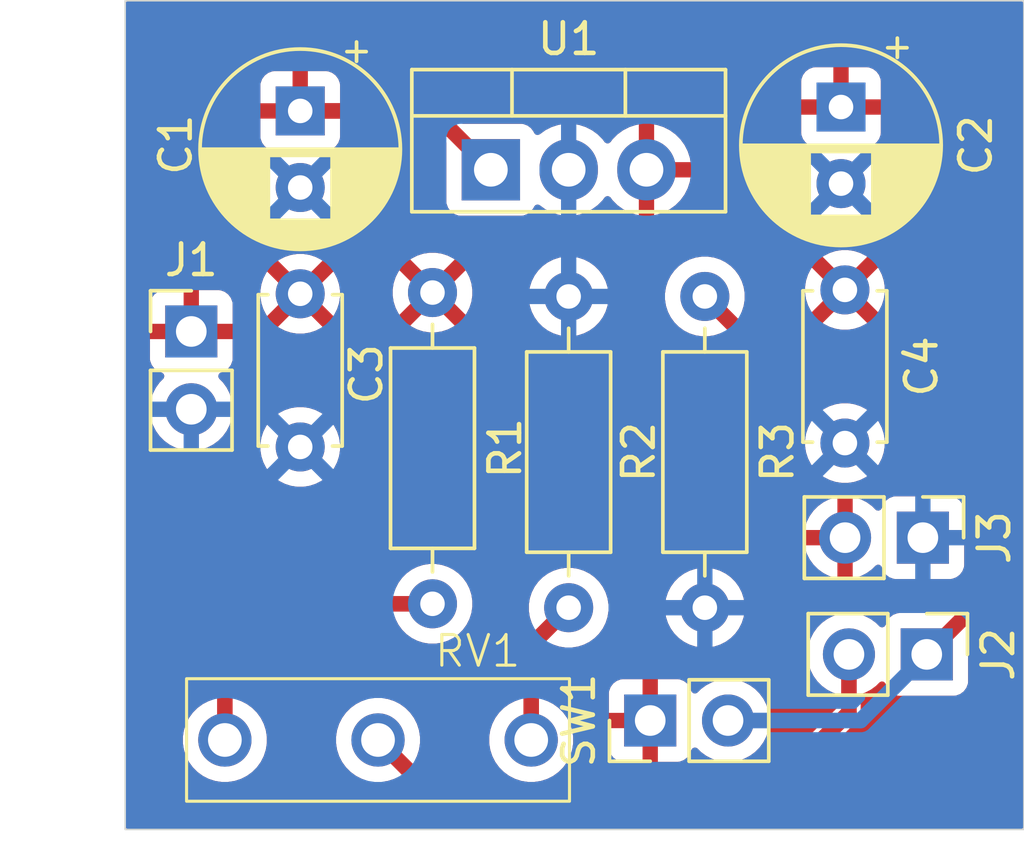
<source format=kicad_pcb>
(kicad_pcb (version 20241229) (generator "pcbnew") (generator_version "9.0")
  (layers (0 "F.Cu" signal) (2 "B.Cu" signal) (13 "F.Paste" user) (15 "B.Paste" user) (5 "F.SilkS" user "F.Silkscreen") (7 "B.SilkS" user "B.Silkscreen") (1 "F.Mask" user) (3 "B.Mask" user) (25 "Edge.Cuts" user))
  (net 0 "")
  (net 1 "VCC")
  (net 2 "GND")
  (net 3 "+5V")
  (net 4 "Net-(J2-Pin_2)")
  (net 5 "Net-(J2-Pin_1)")
  (net 6 "Net-(R1-Pad2)")
  (net 7 "Net-(R2-Pad1)")
  (footprint "Connector_PinHeader_2.54mm:PinHeader_1x02_P2.54mm_Vertical" (layer "F.Cu") (at 123.825 75.057)
    (property "Reference" "J1" (at 0 -2.33 0) (layer "F.SilkS"))
    (property "Value" "Conn_01x02_Pin")
    (fp_line (start -1.33 -1.33) (end 0 -1.33) (stroke (width 0.12)) (layer "F.SilkS"))
    (fp_line (start -1.33 0) (end -1.33 -1.33) (stroke (width 0.12)) (layer "F.SilkS"))
    (fp_line (start -1.33 1.27) (end -1.33 3.87) (stroke (width 0.12)) (layer "F.SilkS"))
    (fp_line (start -1.33 1.27) (end 1.33 1.27) (stroke (width 0.12)) (layer "F.SilkS"))
    (fp_line (start -1.33 3.87) (end 1.33 3.87) (stroke (width 0.12)) (layer "F.SilkS"))
    (fp_line (start 1.33 1.27) (end 1.33 3.87) (stroke (width 0.12)) (layer "F.SilkS"))
    (pad "1" thru_hole rect (at 0 0) (size 1.7 1.7) (drill 1) (layers "*.Cu" "*.Mask") (net 1 "VCC"))
    (pad "2" thru_hole oval (at 0 2.54) (size 1.7 1.7) (drill 1) (layers "*.Cu" "*.Mask") (net 2 "GND"))
  )
  (footprint "Connector_PinHeader_2.54mm:PinHeader_1x02_P2.54mm_Vertical" (layer "F.Cu") (at 147.833 85.598 -90)
    (property "Reference" "J2" (at 0 -2.33 90) (layer "F.SilkS"))
    (property "Value" "Conn_01x02_Pin")
    (fp_line (start -1.33 3.87) (end 1.33 3.87) (stroke (width 0.12)) (layer "F.SilkS"))
    (fp_line (start -1.33 1.27) (end -1.33 3.87) (stroke (width 0.12)) (layer "F.SilkS"))
    (fp_line (start -1.33 1.27) (end 1.33 1.27) (stroke (width 0.12)) (layer "F.SilkS"))
    (fp_line (start 1.33 1.27) (end 1.33 3.87) (stroke (width 0.12)) (layer "F.SilkS"))
    (fp_line (start -1.33 0) (end -1.33 -1.33) (stroke (width 0.12)) (layer "F.SilkS"))
    (fp_line (start -1.33 -1.33) (end 0 -1.33) (stroke (width 0.12)) (layer "F.SilkS"))
    (pad "1" thru_hole rect (at 0 0 270) (size 1.7 1.7) (drill 1) (layers "*.Cu" "*.Mask") (net 5 "Net-(J2-Pin_1)"))
    (pad "2" thru_hole oval (at 0 2.54 270) (size 1.7 1.7) (drill 1) (layers "*.Cu" "*.Mask") (net 4 "Net-(J2-Pin_2)"))
  )
  (footprint "Resistor_THT:R_Axial_DIN0207_L6.3mm_D2.5mm_P10.16mm_Horizontal" (layer "F.Cu") (at 140.589 73.914 -90)
    (property "Reference" "R3" (at 5.08 -2.37 90) (layer "F.SilkS"))
    (property "Value" "10k")
    (fp_line (start 1.81 1.37) (end 8.35 1.37) (stroke (width 0.12)) (layer "F.SilkS"))
    (fp_line (start 8.35 1.37) (end 8.35 -1.37) (stroke (width 0.12)) (layer "F.SilkS"))
    (fp_line (start 1.04 0) (end 1.81 0) (stroke (width 0.12)) (layer "F.SilkS"))
    (fp_line (start 9.12 0) (end 8.35 0) (stroke (width 0.12)) (layer "F.SilkS"))
    (fp_line (start 1.81 -1.37) (end 1.81 1.37) (stroke (width 0.12)) (layer "F.SilkS"))
    (fp_line (start 8.35 -1.37) (end 1.81 -1.37) (stroke (width 0.12)) (layer "F.SilkS"))
    (pad "1" thru_hole circle (at 0 0 270) (size 1.6 1.6) (drill 0.8) (layers "*.Cu" "*.Mask") (net 5 "Net-(J2-Pin_1)"))
    (pad "2" thru_hole oval (at 10.16 0 270) (size 1.6 1.6) (drill 0.8) (layers "*.Cu" "*.Mask") (net 2 "GND"))
  )
  (footprint "Connector_PinHeader_2.54mm:PinHeader_1x02_P2.54mm_Vertical" (layer "F.Cu") (at 147.706 81.788 -90)
    (property "Reference" "J3" (at 0 -2.33 90) (layer "F.SilkS"))
    (property "Value" "Conn_01x02_Pin")
    (fp_line (start -1.33 3.87) (end 1.33 3.87) (stroke (width 0.12)) (layer "F.SilkS"))
    (fp_line (start -1.33 1.27) (end -1.33 3.87) (stroke (width 0.12)) (layer "F.SilkS"))
    (fp_line (start -1.33 1.27) (end 1.33 1.27) (stroke (width 0.12)) (layer "F.SilkS"))
    (fp_line (start 1.33 1.27) (end 1.33 3.87) (stroke (width 0.12)) (layer "F.SilkS"))
    (fp_line (start -1.33 0) (end -1.33 -1.33) (stroke (width 0.12)) (layer "F.SilkS"))
    (fp_line (start -1.33 -1.33) (end 0 -1.33) (stroke (width 0.12)) (layer "F.SilkS"))
    (pad "1" thru_hole rect (at 0 0 270) (size 1.7 1.7) (drill 1) (layers "*.Cu" "*.Mask") (net 2 "GND"))
    (pad "2" thru_hole oval (at 0 2.54 270) (size 1.7 1.7) (drill 1) (layers "*.Cu" "*.Mask") (net 3 "+5V"))
  )
  (footprint "Package_TO_SOT_THT:TO-220-3_Vertical" (layer "F.Cu") (at 133.604 69.779)
    (property "Reference" "U1" (at 2.54 -4.27 0) (layer "F.SilkS"))
    (property "Value" "L7805")
    (fp_line (start -2.58 -3.27) (end -2.58 1.371) (stroke (width 0.12)) (layer "F.SilkS"))
    (fp_line (start -2.58 -3.27) (end 7.66 -3.27) (stroke (width 0.12)) (layer "F.SilkS"))
    (fp_line (start -2.58 -1.76) (end 7.66 -1.76) (stroke (width 0.12)) (layer "F.SilkS"))
    (fp_line (start -2.58 1.371) (end 7.66 1.371) (stroke (width 0.12)) (layer "F.SilkS"))
    (fp_line (start 0.69 -3.27) (end 0.69 -1.76) (stroke (width 0.12)) (layer "F.SilkS"))
    (fp_line (start 4.391 -3.27) (end 4.391 -1.76) (stroke (width 0.12)) (layer "F.SilkS"))
    (fp_line (start 7.66 -3.27) (end 7.66 1.371) (stroke (width 0.12)) (layer "F.SilkS"))
    (pad "1" thru_hole rect (at 0 0) (size 1.905 2) (drill 1.1) (layers "*.Cu" "*.Mask") (net 1 "VCC"))
    (pad "2" thru_hole oval (at 2.54 0) (size 1.905 2) (drill 1.1) (layers "*.Cu" "*.Mask") (net 2 "GND"))
    (pad "3" thru_hole oval (at 5.08 0) (size 1.905 2) (drill 1.1) (layers "*.Cu" "*.Mask") (net 3 "+5V"))
  )
  (footprint "Capacitor_THT:C_Disc_D4.7mm_W2.5mm_P5.00mm" (layer "F.Cu") (at 145.161 73.7 -90)
    (property "Reference" "C4" (at 2.5 -2.5 90) (layer "F.SilkS"))
    (property "Value" "100nF")
    (fp_line (start 0.03 1.37) (end 4.97 1.37) (stroke (width 0.12)) (layer "F.SilkS"))
    (fp_line (start 0.03 1.055) (end 0.03 1.37) (stroke (width 0.12)) (layer "F.SilkS"))
    (fp_line (start 4.97 1.055) (end 4.97 1.37) (stroke (width 0.12)) (layer "F.SilkS"))
    (fp_line (start 0.03 -1.37) (end 0.03 -1.055) (stroke (width 0.12)) (layer "F.SilkS"))
    (fp_line (start 0.03 -1.37) (end 4.97 -1.37) (stroke (width 0.12)) (layer "F.SilkS"))
    (fp_line (start 4.97 -1.37) (end 4.97 -1.055) (stroke (width 0.12)) (layer "F.SilkS"))
    (pad "1" thru_hole circle (at 0 0 270) (size 1.6 1.6) (drill 0.8) (layers "*.Cu" "*.Mask") (net 3 "+5V"))
    (pad "2" thru_hole circle (at 5 0 270) (size 1.6 1.6) (drill 0.8) (layers "*.Cu" "*.Mask") (net 2 "GND"))
  )
  (footprint "battery_emulator:PDB181" (layer "F.Cu") (at 129.921 88.392)
    (property "Reference" "RV1" (at 3.25 -2.9 0) (layer "F.SilkS") (effects (font (thickness 0.1))))
    (property "Value" "10k")
    (fp_rect (start -6.25 -2) (end 6.25 2) (stroke (width 0.1)) (fill no) (layer "F.SilkS"))
    (pad "1" thru_hole circle (at -5 0) (size 1.74 1.74) (drill 1.1) (layers "*.Cu" "*.Mask") (net 6 "Net-(R1-Pad2)"))
    (pad "2" thru_hole circle (at 0 0) (size 1.74 1.74) (drill 1.1) (layers "*.Cu" "*.Mask") (net 4 "Net-(J2-Pin_2)"))
    (pad "3" thru_hole circle (at 5 0) (size 1.74 1.74) (drill 1.1) (layers "*.Cu" "*.Mask") (net 7 "Net-(R2-Pad1)"))
  )
  (footprint "Resistor_THT:R_Axial_DIN0207_L6.3mm_D2.5mm_P10.16mm_Horizontal" (layer "F.Cu") (at 136.144 84.074 90)
    (property "Reference" "R2" (at 5.08 2.286 90) (layer "F.SilkS"))
    (property "Value" "10k")
    (fp_line (start 8.35 -1.37) (end 1.81 -1.37) (stroke (width 0.12)) (layer "F.SilkS"))
    (fp_line (start 1.81 -1.37) (end 1.81 1.37) (stroke (width 0.12)) (layer "F.SilkS"))
    (fp_line (start 9.12 0) (end 8.35 0) (stroke (width 0.12)) (layer "F.SilkS"))
    (fp_line (start 1.04 0) (end 1.81 0) (stroke (width 0.12)) (layer "F.SilkS"))
    (fp_line (start 8.35 1.37) (end 8.35 -1.37) (stroke (width 0.12)) (layer "F.SilkS"))
    (fp_line (start 1.81 1.37) (end 8.35 1.37) (stroke (width 0.12)) (layer "F.SilkS"))
    (pad "1" thru_hole circle (at 0 0 90) (size 1.6 1.6) (drill 0.8) (layers "*.Cu" "*.Mask") (net 7 "Net-(R2-Pad1)"))
    (pad "2" thru_hole oval (at 10.16 0 90) (size 1.6 1.6) (drill 0.8) (layers "*.Cu" "*.Mask") (net 2 "GND"))
  )
  (footprint "Capacitor_THT:CP_Radial_D6.3mm_P2.50mm" (layer "F.Cu") (at 145.034 67.731 -90)
    (property "Reference" "C2" (at 1.25 -4.4 90) (layer "F.SilkS"))
    (property "Value" "100uF")
    (fp_line (start 1.49 1.04) (end 1.49 3.222) (stroke (width 0.12)) (layer "F.SilkS"))
    (fp_line (start 1.53 1.04) (end 1.53 3.218) (stroke (width 0.12)) (layer "F.SilkS"))
    (fp_line (start 1.57 1.04) (end 1.57 3.215) (stroke (width 0.12)) (layer "F.SilkS"))
    (fp_line (start 1.61 1.04) (end 1.61 3.211) (stroke (width 0.12)) (layer "F.SilkS"))
    (fp_line (start 1.65 1.04) (end 1.65 3.206) (stroke (width 0.12)) (layer "F.SilkS"))
    (fp_line (start 1.69 1.04) (end 1.69 3.201) (stroke (width 0.12)) (layer "F.SilkS"))
    (fp_line (start 1.73 1.04) (end 1.73 3.195) (stroke (width 0.12)) (layer "F.SilkS"))
    (fp_line (start 1.77 1.04) (end 1.77 3.189) (stroke (width 0.12)) (layer "F.SilkS"))
    (fp_line (start 1.81 1.04) (end 1.81 3.182) (stroke (width 0.12)) (layer "F.SilkS"))
    (fp_line (start 1.85 1.04) (end 1.85 3.175) (stroke (width 0.12)) (layer "F.SilkS"))
    (fp_line (start 1.89 1.04) (end 1.89 3.167) (stroke (width 0.12)) (layer "F.SilkS"))
    (fp_line (start 1.93 1.04) (end 1.93 3.159) (stroke (width 0.12)) (layer "F.SilkS"))
    (fp_line (start 1.971 1.04) (end 1.971 3.15) (stroke (width 0.12)) (layer "F.SilkS"))
    (fp_line (start 2.011 1.04) (end 2.011 3.141) (stroke (width 0.12)) (layer "F.SilkS"))
    (fp_line (start 2.051 1.04) (end 2.051 3.131) (stroke (width 0.12)) (layer "F.SilkS"))
    (fp_line (start 2.091 1.04) (end 2.091 3.121) (stroke (width 0.12)) (layer "F.SilkS"))
    (fp_line (start 2.131 1.04) (end 2.131 3.11) (stroke (width 0.12)) (layer "F.SilkS"))
    (fp_line (start 2.171 1.04) (end 2.171 3.098) (stroke (width 0.12)) (layer "F.SilkS"))
    (fp_line (start 2.211 1.04) (end 2.211 3.086) (stroke (width 0.12)) (layer "F.SilkS"))
    (fp_line (start 2.251 1.04) (end 2.251 3.074) (stroke (width 0.12)) (layer "F.SilkS"))
    (fp_line (start 2.291 1.04) (end 2.291 3.061) (stroke (width 0.12)) (layer "F.SilkS"))
    (fp_line (start 2.331 1.04) (end 2.331 3.047) (stroke (width 0.12)) (layer "F.SilkS"))
    (fp_line (start 2.371 1.04) (end 2.371 3.033) (stroke (width 0.12)) (layer "F.SilkS"))
    (fp_line (start 2.411 1.04) (end 2.411 3.018) (stroke (width 0.12)) (layer "F.SilkS"))
    (fp_line (start 2.451 1.04) (end 2.451 3.002) (stroke (width 0.12)) (layer "F.SilkS"))
    (fp_line (start 2.491 1.04) (end 2.491 2.986) (stroke (width 0.12)) (layer "F.SilkS"))
    (fp_line (start 2.531 1.04) (end 2.531 2.97) (stroke (width 0.12)) (layer "F.SilkS"))
    (fp_line (start 2.571 1.04) (end 2.571 2.952) (stroke (width 0.12)) (layer "F.SilkS"))
    (fp_line (start 2.611 1.04) (end 2.611 2.934) (stroke (width 0.12)) (layer "F.SilkS"))
    (fp_line (start 2.651 1.04) (end 2.651 2.916) (stroke (width 0.12)) (layer "F.SilkS"))
    (fp_line (start 2.691 1.04) (end 2.691 2.896) (stroke (width 0.12)) (layer "F.SilkS"))
    (fp_line (start 2.731 1.04) (end 2.731 2.876) (stroke (width 0.12)) (layer "F.SilkS"))
    (fp_line (start 2.771 1.04) (end 2.771 2.856) (stroke (width 0.12)) (layer "F.SilkS"))
    (fp_line (start 2.811 1.04) (end 2.811 2.834) (stroke (width 0.12)) (layer "F.SilkS"))
    (fp_line (start 2.851 1.04) (end 2.851 2.812) (stroke (width 0.12)) (layer "F.SilkS"))
    (fp_line (start 2.891 1.04) (end 2.891 2.79) (stroke (width 0.12)) (layer "F.SilkS"))
    (fp_line (start 2.931 1.04) (end 2.931 2.766) (stroke (width 0.12)) (layer "F.SilkS"))
    (fp_line (start 2.971 1.04) (end 2.971 2.742) (stroke (width 0.12)) (layer "F.SilkS"))
    (fp_line (start 3.011 1.04) (end 3.011 2.716) (stroke (width 0.12)) (layer "F.SilkS"))
    (fp_line (start 3.051 1.04) (end 3.051 2.69) (stroke (width 0.12)) (layer "F.SilkS"))
    (fp_line (start 3.091 1.04) (end 3.091 2.664) (stroke (width 0.12)) (layer "F.SilkS"))
    (fp_line (start 3.131 1.04) (end 3.131 2.636) (stroke (width 0.12)) (layer "F.SilkS"))
    (fp_line (start 3.171 1.04) (end 3.171 2.607) (stroke (width 0.12)) (layer "F.SilkS"))
    (fp_line (start 3.211 1.04) (end 3.211 2.578) (stroke (width 0.12)) (layer "F.SilkS"))
    (fp_line (start 3.251 1.04) (end 3.251 2.548) (stroke (width 0.12)) (layer "F.SilkS"))
    (fp_line (start 3.291 1.04) (end 3.291 2.516) (stroke (width 0.12)) (layer "F.SilkS"))
    (fp_line (start 3.331 1.04) (end 3.331 2.484) (stroke (width 0.12)) (layer "F.SilkS"))
    (fp_line (start 3.371 1.04) (end 3.371 2.45) (stroke (width 0.12)) (layer "F.SilkS"))
    (fp_line (start 3.411 1.04) (end 3.411 2.416) (stroke (width 0.12)) (layer "F.SilkS"))
    (fp_line (start 3.451 1.04) (end 3.451 2.38) (stroke (width 0.12)) (layer "F.SilkS"))
    (fp_line (start 3.491 1.04) (end 3.491 2.343) (stroke (width 0.12)) (layer "F.SilkS"))
    (fp_line (start 3.531 1.04) (end 3.531 2.305) (stroke (width 0.12)) (layer "F.SilkS"))
    (fp_line (start 4.491 -0.402) (end 4.491 0.402) (stroke (width 0.12)) (layer "F.SilkS"))
    (fp_line (start 4.451 -0.633) (end 4.451 0.633) (stroke (width 0.12)) (layer "F.SilkS"))
    (fp_line (start 4.411 -0.802) (end 4.411 0.802) (stroke (width 0.12)) (layer "F.SilkS"))
    (fp_line (start 4.371 -0.94) (end 4.371 0.94) (stroke (width 0.12)) (layer "F.SilkS"))
    (fp_line (start 4.331 -1.059) (end 4.331 1.059) (stroke (width 0.12)) (layer "F.SilkS"))
    (fp_line (start 4.291 -1.165) (end 4.291 1.165) (stroke (width 0.12)) (layer "F.SilkS"))
    (fp_line (start 4.251 -1.262) (end 4.251 1.262) (stroke (width 0.12)) (layer "F.SilkS"))
    (fp_line (start 4.211 -1.35) (end 4.211 1.35) (stroke (width 0.12)) (layer "F.SilkS"))
    (fp_line (start 4.171 -1.432) (end 4.171 1.432) (stroke (width 0.12)) (layer "F.SilkS"))
    (fp_line (start 4.131 -1.509) (end 4.131 1.509) (stroke (width 0.12)) (layer "F.SilkS"))
    (fp_line (start 4.091 -1.581) (end 4.091 1.581) (stroke (width 0.12)) (layer "F.SilkS"))
    (fp_line (start 4.051 -1.65) (end 4.051 1.65) (stroke (width 0.12)) (layer "F.SilkS"))
    (fp_line (start 4.011 -1.714) (end 4.011 1.714) (stroke (width 0.12)) (layer "F.SilkS"))
    (fp_line (start 3.971 -1.776) (end 3.971 1.776) (stroke (width 0.12)) (layer "F.SilkS"))
    (fp_line (start 3.931 -1.834) (end 3.931 1.834) (stroke (width 0.12)) (layer "F.SilkS"))
    (fp_line (start -2.250241 -1.839) (end -1.620241 -1.839) (stroke (width 0.12)) (layer "F.SilkS"))
    (fp_line (start 3.891 -1.89) (end 3.891 1.89) (stroke (width 0.12)) (layer "F.SilkS"))
    (fp_line (start 3.851 -1.944) (end 3.851 1.944) (stroke (width 0.12)) (layer "F.SilkS"))
    (fp_line (start 3.811 -1.995) (end 3.811 1.995) (stroke (width 0.12)) (layer "F.SilkS"))
    (fp_line (start 3.771 -2.044) (end 3.771 2.044) (stroke (width 0.12)) (layer "F.SilkS"))
    (fp_line (start 3.731 -2.092) (end 3.731 2.092) (stroke (width 0.12)) (layer "F.SilkS"))
    (fp_line (start 3.691 -2.137) (end 3.691 2.137) (stroke (width 0.12)) (layer "F.SilkS"))
    (fp_line (start -1.935241 -2.154) (end -1.935241 -1.524) (stroke (width 0.12)) (layer "F.SilkS"))
    (fp_line (start 3.651 -2.182) (end 3.651 2.182) (stroke (width 0.12)) (layer "F.SilkS"))
    (fp_line (start 3.611 -2.224) (end 3.611 2.224) (stroke (width 0.12)) (layer "F.SilkS"))
    (fp_line (start 3.571 -2.265) (end 3.571 2.265) (stroke (width 0.12)) (layer "F.SilkS"))
    (fp_line (start 3.531 -2.305) (end 3.531 -1.04) (stroke (width 0.12)) (layer "F.SilkS"))
    (fp_line (start 3.491 -2.343) (end 3.491 -1.04) (stroke (width 0.12)) (layer "F.SilkS"))
    (fp_line (start 3.451 -2.38) (end 3.451 -1.04) (stroke (width 0.12)) (layer "F.SilkS"))
    (fp_line (start 3.411 -2.416) (end 3.411 -1.04) (stroke (width 0.12)) (layer "F.SilkS"))
    (fp_line (start 3.371 -2.45) (end 3.371 -1.04) (stroke (width 0.12)) (layer "F.SilkS"))
    (fp_line (start 3.331 -2.484) (end 3.331 -1.04) (stroke (width 0.12)) (layer "F.SilkS"))
    (fp_line (start 3.291 -2.516) (end 3.291 -1.04) (stroke (width 0.12)) (layer "F.SilkS"))
    (fp_line (start 3.251 -2.548) (end 3.251 -1.04) (stroke (width 0.12)) (layer "F.SilkS"))
    (fp_line (start 3.211 -2.578) (end 3.211 -1.04) (stroke (width 0.12)) (layer "F.SilkS"))
    (fp_line (start 3.171 -2.607) (end 3.171 -1.04) (stroke (width 0.12)) (layer "F.SilkS"))
    (fp_line (start 3.131 -2.636) (end 3.131 -1.04) (stroke (width 0.12)) (layer "F.SilkS"))
    (fp_line (start 3.091 -2.664) (end 3.091 -1.04) (stroke (width 0.12)) (layer "F.SilkS"))
    (fp_line (start 3.051 -2.69) (end 3.051 -1.04) (stroke (width 0.12)) (layer "F.SilkS"))
    (fp_line (start 3.011 -2.716) (end 3.011 -1.04) (stroke (width 0.12)) (layer "F.SilkS"))
    (fp_line (start 2.971 -2.742) (end 2.971 -1.04) (stroke (width 0.12)) (layer "F.SilkS"))
    (fp_line (start 2.931 -2.766) (end 2.931 -1.04) (stroke (width 0.12)) (layer "F.SilkS"))
    (fp_line (start 2.891 -2.79) (end 2.891 -1.04) (stroke (width 0.12)) (layer "F.SilkS"))
    (fp_line (start 2.851 -2.812) (end 2.851 -1.04) (stroke (width 0.12)) (layer "F.SilkS"))
    (fp_line (start 2.811 -2.834) (end 2.811 -1.04) (stroke (width 0.12)) (layer "F.SilkS"))
    (fp_line (start 2.771 -2.856) (end 2.771 -1.04) (stroke (width 0.12)) (layer "F.SilkS"))
    (fp_line (start 2.731 -2.876) (end 2.731 -1.04) (stroke (width 0.12)) (layer "F.SilkS"))
    (fp_line (start 2.691 -2.896) (end 2.691 -1.04) (stroke (width 0.12)) (layer "F.SilkS"))
    (fp_line (start 2.651 -2.916) (end 2.651 -1.04) (stroke (width 0.12)) (layer "F.SilkS"))
    (fp_line (start 2.611 -2.934) (end 2.611 -1.04) (stroke (width 0.12)) (layer "F.SilkS"))
    (fp_line (start 2.571 -2.952) (end 2.571 -1.04) (stroke (width 0.12)) (layer "F.SilkS"))
    (fp_line (start 2.531 -2.97) (end 2.531 -1.04) (stroke (width 0.12)) (layer "F.SilkS"))
    (fp_line (start 2.491 -2.986) (end 2.491 -1.04) (stroke (width 0.12)) (layer "F.SilkS"))
    (fp_line (start 2.451 -3.002) (end 2.451 -1.04) (stroke (width 0.12)) (layer "F.SilkS"))
    (fp_line (start 2.411 -3.018) (end 2.411 -1.04) (stroke (width 0.12)) (layer "F.SilkS"))
    (fp_line (start 2.371 -3.033) (end 2.371 -1.04) (stroke (width 0.12)) (layer "F.SilkS"))
    (fp_line (start 2.331 -3.047) (end 2.331 -1.04) (stroke (width 0.12)) (layer "F.SilkS"))
    (fp_line (start 2.291 -3.061) (end 2.291 -1.04) (stroke (width 0.12)) (layer "F.SilkS"))
    (fp_line (start 2.251 -3.074) (end 2.251 -1.04) (stroke (width 0.12)) (layer "F.SilkS"))
    (fp_line (start 2.211 -3.086) (end 2.211 -1.04) (stroke (width 0.12)) (layer "F.SilkS"))
    (fp_line (start 2.171 -3.098) (end 2.171 -1.04) (stroke (width 0.12)) (layer "F.SilkS"))
    (fp_line (start 2.131 -3.11) (end 2.131 -1.04) (stroke (width 0.12)) (layer "F.SilkS"))
    (fp_line (start 2.091 -3.121) (end 2.091 -1.04) (stroke (width 0.12)) (layer "F.SilkS"))
    (fp_line (start 2.051 -3.131) (end 2.051 -1.04) (stroke (width 0.12)) (layer "F.SilkS"))
    (fp_line (start 2.011 -3.141) (end 2.011 -1.04) (stroke (width 0.12)) (layer "F.SilkS"))
    (fp_line (start 1.971 -3.15) (end 1.971 -1.04) (stroke (width 0.12)) (layer "F.SilkS"))
    (fp_line (start 1.93 -3.159) (end 1.93 -1.04) (stroke (width 0.12)) (layer "F.SilkS"))
    (fp_line (start 1.89 -3.167) (end 1.89 -1.04) (stroke (width 0.12)) (layer "F.SilkS"))
    (fp_line (start 1.85 -3.175) (end 1.85 -1.04) (stroke (width 0.12)) (layer "F.SilkS"))
    (fp_line (start 1.81 -3.182) (end 1.81 -1.04) (stroke (width 0.12)) (layer "F.SilkS"))
    (fp_line (start 1.77 -3.189) (end 1.77 -1.04) (stroke (width 0.12)) (layer "F.SilkS"))
    (fp_line (start 1.73 -3.195) (end 1.73 -1.04) (stroke (width 0.12)) (layer "F.SilkS"))
    (fp_line (start 1.69 -3.201) (end 1.69 -1.04) (stroke (width 0.12)) (layer "F.SilkS"))
    (fp_line (start 1.65 -3.206) (end 1.65 -1.04) (stroke (width 0.12)) (layer "F.SilkS"))
    (fp_line (start 1.61 -3.211) (end 1.61 -1.04) (stroke (width 0.12)) (layer "F.SilkS"))
    (fp_line (start 1.57 -3.215) (end 1.57 -1.04) (stroke (width 0.12)) (layer "F.SilkS"))
    (fp_line (start 1.53 -3.218) (end 1.53 -1.04) (stroke (width 0.12)) (layer "F.SilkS"))
    (fp_line (start 1.49 -3.222) (end 1.49 -1.04) (stroke (width 0.12)) (layer "F.SilkS"))
    (fp_line (start 1.45 -3.224) (end 1.45 3.224) (stroke (width 0.12)) (layer "F.SilkS"))
    (fp_line (start 1.41 -3.227) (end 1.41 3.227) (stroke (width 0.12)) (layer "F.SilkS"))
    (fp_line (start 1.37 -3.228) (end 1.37 3.228) (stroke (width 0.12)) (layer "F.SilkS"))
    (fp_line (start 1.25 -3.23) (end 1.25 3.23) (stroke (width 0.12)) (layer "F.SilkS"))
    (fp_line (start 1.29 -3.23) (end 1.29 3.23) (stroke (width 0.12)) (layer "F.SilkS"))
    (fp_line (start 1.33 -3.23) (end 1.33 3.23) (stroke (width 0.12)) (layer "F.SilkS"))
    (fp_circle (center 1.25 0) (end 4.52 0) (stroke (width 0.12)) (fill no) (layer "F.SilkS"))
    (pad "1" thru_hole rect (at 0 0 270) (size 1.6 1.6) (drill 0.8) (layers "*.Cu" "*.Mask") (net 3 "+5V"))
    (pad "2" thru_hole circle (at 2.5 0 270) (size 1.6 1.6) (drill 0.8) (layers "*.Cu" "*.Mask") (net 2 "GND"))
  )
  (footprint "Resistor_THT:R_Axial_DIN0207_L6.3mm_D2.5mm_P10.16mm_Horizontal" (layer "F.Cu") (at 131.699 73.787 -90)
    (property "Reference" "R1" (at 5.08 -2.37 90) (layer "F.SilkS"))
    (property "Value" "3.3k")
    (fp_line (start 1.81 1.37) (end 8.35 1.37) (stroke (width 0.12)) (layer "F.SilkS"))
    (fp_line (start 8.35 1.37) (end 8.35 -1.37) (stroke (width 0.12)) (layer "F.SilkS"))
    (fp_line (start 1.04 0) (end 1.81 0) (stroke (width 0.12)) (layer "F.SilkS"))
    (fp_line (start 9.12 0) (end 8.35 0) (stroke (width 0.12)) (layer "F.SilkS"))
    (fp_line (start 1.81 -1.37) (end 1.81 1.37) (stroke (width 0.12)) (layer "F.SilkS"))
    (fp_line (start 8.35 -1.37) (end 1.81 -1.37) (stroke (width 0.12)) (layer "F.SilkS"))
    (pad "1" thru_hole circle (at 0 0 270) (size 1.6 1.6) (drill 0.8) (layers "*.Cu" "*.Mask") (net 3 "+5V"))
    (pad "2" thru_hole oval (at 10.16 0 270) (size 1.6 1.6) (drill 0.8) (layers "*.Cu" "*.Mask") (net 6 "Net-(R1-Pad2)"))
  )
  (footprint "Capacitor_THT:CP_Radial_D6.3mm_P2.50mm" (layer "F.Cu") (at 127.381 67.858 -90)
    (property "Reference" "C1" (at 1.103 4.064 90) (layer "F.SilkS"))
    (property "Value" "100uF")
    (fp_line (start 1.49 1.04) (end 1.49 3.222) (stroke (width 0.12)) (layer "F.SilkS"))
    (fp_line (start 1.53 1.04) (end 1.53 3.218) (stroke (width 0.12)) (layer "F.SilkS"))
    (fp_line (start 1.57 1.04) (end 1.57 3.215) (stroke (width 0.12)) (layer "F.SilkS"))
    (fp_line (start 1.61 1.04) (end 1.61 3.211) (stroke (width 0.12)) (layer "F.SilkS"))
    (fp_line (start 1.65 1.04) (end 1.65 3.206) (stroke (width 0.12)) (layer "F.SilkS"))
    (fp_line (start 1.69 1.04) (end 1.69 3.201) (stroke (width 0.12)) (layer "F.SilkS"))
    (fp_line (start 1.73 1.04) (end 1.73 3.195) (stroke (width 0.12)) (layer "F.SilkS"))
    (fp_line (start 1.77 1.04) (end 1.77 3.189) (stroke (width 0.12)) (layer "F.SilkS"))
    (fp_line (start 1.81 1.04) (end 1.81 3.182) (stroke (width 0.12)) (layer "F.SilkS"))
    (fp_line (start 1.85 1.04) (end 1.85 3.175) (stroke (width 0.12)) (layer "F.SilkS"))
    (fp_line (start 1.89 1.04) (end 1.89 3.167) (stroke (width 0.12)) (layer "F.SilkS"))
    (fp_line (start 1.93 1.04) (end 1.93 3.159) (stroke (width 0.12)) (layer "F.SilkS"))
    (fp_line (start 1.971 1.04) (end 1.971 3.15) (stroke (width 0.12)) (layer "F.SilkS"))
    (fp_line (start 2.011 1.04) (end 2.011 3.141) (stroke (width 0.12)) (layer "F.SilkS"))
    (fp_line (start 2.051 1.04) (end 2.051 3.131) (stroke (width 0.12)) (layer "F.SilkS"))
    (fp_line (start 2.091 1.04) (end 2.091 3.121) (stroke (width 0.12)) (layer "F.SilkS"))
    (fp_line (start 2.131 1.04) (end 2.131 3.11) (stroke (width 0.12)) (layer "F.SilkS"))
    (fp_line (start 2.171 1.04) (end 2.171 3.098) (stroke (width 0.12)) (layer "F.SilkS"))
    (fp_line (start 2.211 1.04) (end 2.211 3.086) (stroke (width 0.12)) (layer "F.SilkS"))
    (fp_line (start 2.251 1.04) (end 2.251 3.074) (stroke (width 0.12)) (layer "F.SilkS"))
    (fp_line (start 2.291 1.04) (end 2.291 3.061) (stroke (width 0.12)) (layer "F.SilkS"))
    (fp_line (start 2.331 1.04) (end 2.331 3.047) (stroke (width 0.12)) (layer "F.SilkS"))
    (fp_line (start 2.371 1.04) (end 2.371 3.033) (stroke (width 0.12)) (layer "F.SilkS"))
    (fp_line (start 2.411 1.04) (end 2.411 3.018) (stroke (width 0.12)) (layer "F.SilkS"))
    (fp_line (start 2.451 1.04) (end 2.451 3.002) (stroke (width 0.12)) (layer "F.SilkS"))
    (fp_line (start 2.491 1.04) (end 2.491 2.986) (stroke (width 0.12)) (layer "F.SilkS"))
    (fp_line (start 2.531 1.04) (end 2.531 2.97) (stroke (width 0.12)) (layer "F.SilkS"))
    (fp_line (start 2.571 1.04) (end 2.571 2.952) (stroke (width 0.12)) (layer "F.SilkS"))
    (fp_line (start 2.611 1.04) (end 2.611 2.934) (stroke (width 0.12)) (layer "F.SilkS"))
    (fp_line (start 2.651 1.04) (end 2.651 2.916) (stroke (width 0.12)) (layer "F.SilkS"))
    (fp_line (start 2.691 1.04) (end 2.691 2.896) (stroke (width 0.12)) (layer "F.SilkS"))
    (fp_line (start 2.731 1.04) (end 2.731 2.876) (stroke (width 0.12)) (layer "F.SilkS"))
    (fp_line (start 2.771 1.04) (end 2.771 2.856) (stroke (width 0.12)) (layer "F.SilkS"))
    (fp_line (start 2.811 1.04) (end 2.811 2.834) (stroke (width 0.12)) (layer "F.SilkS"))
    (fp_line (start 2.851 1.04) (end 2.851 2.812) (stroke (width 0.12)) (layer "F.SilkS"))
    (fp_line (start 2.891 1.04) (end 2.891 2.79) (stroke (width 0.12)) (layer "F.SilkS"))
    (fp_line (start 2.931 1.04) (end 2.931 2.766) (stroke (width 0.12)) (layer "F.SilkS"))
    (fp_line (start 2.971 1.04) (end 2.971 2.742) (stroke (width 0.12)) (layer "F.SilkS"))
    (fp_line (start 3.011 1.04) (end 3.011 2.716) (stroke (width 0.12)) (layer "F.SilkS"))
    (fp_line (start 3.051 1.04) (end 3.051 2.69) (stroke (width 0.12)) (layer "F.SilkS"))
    (fp_line (start 3.091 1.04) (end 3.091 2.664) (stroke (width 0.12)) (layer "F.SilkS"))
    (fp_line (start 3.131 1.04) (end 3.131 2.636) (stroke (width 0.12)) (layer "F.SilkS"))
    (fp_line (start 3.171 1.04) (end 3.171 2.607) (stroke (width 0.12)) (layer "F.SilkS"))
    (fp_line (start 3.211 1.04) (end 3.211 2.578) (stroke (width 0.12)) (layer "F.SilkS"))
    (fp_line (start 3.251 1.04) (end 3.251 2.548) (stroke (width 0.12)) (layer "F.SilkS"))
    (fp_line (start 3.291 1.04) (end 3.291 2.516) (stroke (width 0.12)) (layer "F.SilkS"))
    (fp_line (start 3.331 1.04) (end 3.331 2.484) (stroke (width 0.12)) (layer "F.SilkS"))
    (fp_line (start 3.371 1.04) (end 3.371 2.45) (stroke (width 0.12)) (layer "F.SilkS"))
    (fp_line (start 3.411 1.04) (end 3.411 2.416) (stroke (width 0.12)) (layer "F.SilkS"))
    (fp_line (start 3.451 1.04) (end 3.451 2.38) (stroke (width 0.12)) (layer "F.SilkS"))
    (fp_line (start 3.491 1.04) (end 3.491 2.343) (stroke (width 0.12)) (layer "F.SilkS"))
    (fp_line (start 3.531 1.04) (end 3.531 2.305) (stroke (width 0.12)) (layer "F.SilkS"))
    (fp_line (start 4.491 -0.402) (end 4.491 0.402) (stroke (width 0.12)) (layer "F.SilkS"))
    (fp_line (start 4.451 -0.633) (end 4.451 0.633) (stroke (width 0.12)) (layer "F.SilkS"))
    (fp_line (start 4.411 -0.802) (end 4.411 0.802) (stroke (width 0.12)) (layer "F.SilkS"))
    (fp_line (start 4.371 -0.94) (end 4.371 0.94) (stroke (width 0.12)) (layer "F.SilkS"))
    (fp_line (start 4.331 -1.059) (end 4.331 1.059) (stroke (width 0.12)) (layer "F.SilkS"))
    (fp_line (start 4.291 -1.165) (end 4.291 1.165) (stroke (width 0.12)) (layer "F.SilkS"))
    (fp_line (start 4.251 -1.262) (end 4.251 1.262) (stroke (width 0.12)) (layer "F.SilkS"))
    (fp_line (start 4.211 -1.35) (end 4.211 1.35) (stroke (width 0.12)) (layer "F.SilkS"))
    (fp_line (start 4.171 -1.432) (end 4.171 1.432) (stroke (width 0.12)) (layer "F.SilkS"))
    (fp_line (start 4.131 -1.509) (end 4.131 1.509) (stroke (width 0.12)) (layer "F.SilkS"))
    (fp_line (start 4.091 -1.581) (end 4.091 1.581) (stroke (width 0.12)) (layer "F.SilkS"))
    (fp_line (start 4.051 -1.65) (end 4.051 1.65) (stroke (width 0.12)) (layer "F.SilkS"))
    (fp_line (start 4.011 -1.714) (end 4.011 1.714) (stroke (width 0.12)) (layer "F.SilkS"))
    (fp_line (start 3.971 -1.776) (end 3.971 1.776) (stroke (width 0.12)) (layer "F.SilkS"))
    (fp_line (start 3.931 -1.834) (end 3.931 1.834) (stroke (width 0.12)) (layer "F.SilkS"))
    (fp_line (start -2.250241 -1.839) (end -1.620241 -1.839) (stroke (width 0.12)) (layer "F.SilkS"))
    (fp_line (start 3.891 -1.89) (end 3.891 1.89) (stroke (width 0.12)) (layer "F.SilkS"))
    (fp_line (start 3.851 -1.944) (end 3.851 1.944) (stroke (width 0.12)) (layer "F.SilkS"))
    (fp_line (start 3.811 -1.995) (end 3.811 1.995) (stroke (width 0.12)) (layer "F.SilkS"))
    (fp_line (start 3.771 -2.044) (end 3.771 2.044) (stroke (width 0.12)) (layer "F.SilkS"))
    (fp_line (start 3.731 -2.092) (end 3.731 2.092) (stroke (width 0.12)) (layer "F.SilkS"))
    (fp_line (start 3.691 -2.137) (end 3.691 2.137) (stroke (width 0.12)) (layer "F.SilkS"))
    (fp_line (start -1.935241 -2.154) (end -1.935241 -1.524) (stroke (width 0.12)) (layer "F.SilkS"))
    (fp_line (start 3.651 -2.182) (end 3.651 2.182) (stroke (width 0.12)) (layer "F.SilkS"))
    (fp_line (start 3.611 -2.224) (end 3.611 2.224) (stroke (width 0.12)) (layer "F.SilkS"))
    (fp_line (start 3.571 -2.265) (end 3.571 2.265) (stroke (width 0.12)) (layer "F.SilkS"))
    (fp_line (start 3.531 -2.305) (end 3.531 -1.04) (stroke (width 0.12)) (layer "F.SilkS"))
    (fp_line (start 3.491 -2.343) (end 3.491 -1.04) (stroke (width 0.12)) (layer "F.SilkS"))
    (fp_line (start 3.451 -2.38) (end 3.451 -1.04) (stroke (width 0.12)) (layer "F.SilkS"))
    (fp_line (start 3.411 -2.416) (end 3.411 -1.04) (stroke (width 0.12)) (layer "F.SilkS"))
    (fp_line (start 3.371 -2.45) (end 3.371 -1.04) (stroke (width 0.12)) (layer "F.SilkS"))
    (fp_line (start 3.331 -2.484) (end 3.331 -1.04) (stroke (width 0.12)) (layer "F.SilkS"))
    (fp_line (start 3.291 -2.516) (end 3.291 -1.04) (stroke (width 0.12)) (layer "F.SilkS"))
    (fp_line (start 3.251 -2.548) (end 3.251 -1.04) (stroke (width 0.12)) (layer "F.SilkS"))
    (fp_line (start 3.211 -2.578) (end 3.211 -1.04) (stroke (width 0.12)) (layer "F.SilkS"))
    (fp_line (start 3.171 -2.607) (end 3.171 -1.04) (stroke (width 0.12)) (layer "F.SilkS"))
    (fp_line (start 3.131 -2.636) (end 3.131 -1.04) (stroke (width 0.12)) (layer "F.SilkS"))
    (fp_line (start 3.091 -2.664) (end 3.091 -1.04) (stroke (width 0.12)) (layer "F.SilkS"))
    (fp_line (start 3.051 -2.69) (end 3.051 -1.04) (stroke (width 0.12)) (layer "F.SilkS"))
    (fp_line (start 3.011 -2.716) (end 3.011 -1.04) (stroke (width 0.12)) (layer "F.SilkS"))
    (fp_line (start 2.971 -2.742) (end 2.971 -1.04) (stroke (width 0.12)) (layer "F.SilkS"))
    (fp_line (start 2.931 -2.766) (end 2.931 -1.04) (stroke (width 0.12)) (layer "F.SilkS"))
    (fp_line (start 2.891 -2.79) (end 2.891 -1.04) (stroke (width 0.12)) (layer "F.SilkS"))
    (fp_line (start 2.851 -2.812) (end 2.851 -1.04) (stroke (width 0.12)) (layer "F.SilkS"))
    (fp_line (start 2.811 -2.834) (end 2.811 -1.04) (stroke (width 0.12)) (layer "F.SilkS"))
    (fp_line (start 2.771 -2.856) (end 2.771 -1.04) (stroke (width 0.12)) (layer "F.SilkS"))
    (fp_line (start 2.731 -2.876) (end 2.731 -1.04) (stroke (width 0.12)) (layer "F.SilkS"))
    (fp_line (start 2.691 -2.896) (end 2.691 -1.04) (stroke (width 0.12)) (layer "F.SilkS"))
    (fp_line (start 2.651 -2.916) (end 2.651 -1.04) (stroke (width 0.12)) (layer "F.SilkS"))
    (fp_line (start 2.611 -2.934) (end 2.611 -1.04) (stroke (width 0.12)) (layer "F.SilkS"))
    (fp_line (start 2.571 -2.952) (end 2.571 -1.04) (stroke (width 0.12)) (layer "F.SilkS"))
    (fp_line (start 2.531 -2.97) (end 2.531 -1.04) (stroke (width 0.12)) (layer "F.SilkS"))
    (fp_line (start 2.491 -2.986) (end 2.491 -1.04) (stroke (width 0.12)) (layer "F.SilkS"))
    (fp_line (start 2.451 -3.002) (end 2.451 -1.04) (stroke (width 0.12)) (layer "F.SilkS"))
    (fp_line (start 2.411 -3.018) (end 2.411 -1.04) (stroke (width 0.12)) (layer "F.SilkS"))
    (fp_line (start 2.371 -3.033) (end 2.371 -1.04) (stroke (width 0.12)) (layer "F.SilkS"))
    (fp_line (start 2.331 -3.047) (end 2.331 -1.04) (stroke (width 0.12)) (layer "F.SilkS"))
    (fp_line (start 2.291 -3.061) (end 2.291 -1.04) (stroke (width 0.12)) (layer "F.SilkS"))
    (fp_line (start 2.251 -3.074) (end 2.251 -1.04) (stroke (width 0.12)) (layer "F.SilkS"))
    (fp_line (start 2.211 -3.086) (end 2.211 -1.04) (stroke (width 0.12)) (layer "F.SilkS"))
    (fp_line (start 2.171 -3.098) (end 2.171 -1.04) (stroke (width 0.12)) (layer "F.SilkS"))
    (fp_line (start 2.131 -3.11) (end 2.131 -1.04) (stroke (width 0.12)) (layer "F.SilkS"))
    (fp_line (start 2.091 -3.121) (end 2.091 -1.04) (stroke (width 0.12)) (layer "F.SilkS"))
    (fp_line (start 2.051 -3.131) (end 2.051 -1.04) (stroke (width 0.12)) (layer "F.SilkS"))
    (fp_line (start 2.011 -3.141) (end 2.011 -1.04) (stroke (width 0.12)) (layer "F.SilkS"))
    (fp_line (start 1.971 -3.15) (end 1.971 -1.04) (stroke (width 0.12)) (layer "F.SilkS"))
    (fp_line (start 1.93 -3.159) (end 1.93 -1.04) (stroke (width 0.12)) (layer "F.SilkS"))
    (fp_line (start 1.89 -3.167) (end 1.89 -1.04) (stroke (width 0.12)) (layer "F.SilkS"))
    (fp_line (start 1.85 -3.175) (end 1.85 -1.04) (stroke (width 0.12)) (layer "F.SilkS"))
    (fp_line (start 1.81 -3.182) (end 1.81 -1.04) (stroke (width 0.12)) (layer "F.SilkS"))
    (fp_line (start 1.77 -3.189) (end 1.77 -1.04) (stroke (width 0.12)) (layer "F.SilkS"))
    (fp_line (start 1.73 -3.195) (end 1.73 -1.04) (stroke (width 0.12)) (layer "F.SilkS"))
    (fp_line (start 1.69 -3.201) (end 1.69 -1.04) (stroke (width 0.12)) (layer "F.SilkS"))
    (fp_line (start 1.65 -3.206) (end 1.65 -1.04) (stroke (width 0.12)) (layer "F.SilkS"))
    (fp_line (start 1.61 -3.211) (end 1.61 -1.04) (stroke (width 0.12)) (layer "F.SilkS"))
    (fp_line (start 1.57 -3.215) (end 1.57 -1.04) (stroke (width 0.12)) (layer "F.SilkS"))
    (fp_line (start 1.53 -3.218) (end 1.53 -1.04) (stroke (width 0.12)) (layer "F.SilkS"))
    (fp_line (start 1.49 -3.222) (end 1.49 -1.04) (stroke (width 0.12)) (layer "F.SilkS"))
    (fp_line (start 1.45 -3.224) (end 1.45 3.224) (stroke (width 0.12)) (layer "F.SilkS"))
    (fp_line (start 1.41 -3.227) (end 1.41 3.227) (stroke (width 0.12)) (layer "F.SilkS"))
    (fp_line (start 1.37 -3.228) (end 1.37 3.228) (stroke (width 0.12)) (layer "F.SilkS"))
    (fp_line (start 1.25 -3.23) (end 1.25 3.23) (stroke (width 0.12)) (layer "F.SilkS"))
    (fp_line (start 1.29 -3.23) (end 1.29 3.23) (stroke (width 0.12)) (layer "F.SilkS"))
    (fp_line (start 1.33 -3.23) (end 1.33 3.23) (stroke (width 0.12)) (layer "F.SilkS"))
    (fp_circle (center 1.25 0) (end 4.52 0) (stroke (width 0.12)) (fill no) (layer "F.SilkS"))
    (pad "1" thru_hole rect (at 0 0 270) (size 1.6 1.6) (drill 0.8) (layers "*.Cu" "*.Mask") (net 1 "VCC"))
    (pad "2" thru_hole circle (at 2.5 0 270) (size 1.6 1.6) (drill 0.8) (layers "*.Cu" "*.Mask") (net 2 "GND"))
  )
  (footprint "Connector_PinHeader_2.54mm:PinHeader_1x02_P2.54mm_Vertical" (layer "F.Cu") (at 138.806 87.757 90)
    (property "Reference" "SW1" (at 0 -2.33 90) (layer "F.SilkS"))
    (property "Value" "SW_SPST")
    (fp_line (start -1.33 -1.33) (end 0 -1.33) (stroke (width 0.12)) (layer "F.SilkS"))
    (fp_line (start -1.33 0) (end -1.33 -1.33) (stroke (width 0.12)) (layer "F.SilkS"))
    (fp_line (start 1.33 1.27) (end 1.33 3.87) (stroke (width 0.12)) (layer "F.SilkS"))
    (fp_line (start -1.33 1.27) (end 1.33 1.27) (stroke (width 0.12)) (layer "F.SilkS"))
    (fp_line (start -1.33 1.27) (end -1.33 3.87) (stroke (width 0.12)) (layer "F.SilkS"))
    (fp_line (start -1.33 3.87) (end 1.33 3.87) (stroke (width 0.12)) (layer "F.SilkS"))
    (pad "1" thru_hole rect (at 0 0 90) (size 1.7 1.7) (drill 1) (layers "*.Cu" "*.Mask") (net 3 "+5V"))
    (pad "2" thru_hole oval (at 0 2.54 90) (size 1.7 1.7) (drill 1) (layers "*.Cu" "*.Mask") (net 5 "Net-(J2-Pin_1)"))
  )
  (footprint "Capacitor_THT:C_Disc_D4.7mm_W2.5mm_P5.00mm" (layer "F.Cu") (at 127.381 73.827 -90)
    (property "Reference" "C3" (at 2.627 -2.159 90) (layer "F.SilkS"))
    (property "Value" "100nF")
    (fp_line (start 0.03 1.37) (end 4.97 1.37) (stroke (width 0.12)) (layer "F.SilkS"))
    (fp_line (start 0.03 1.055) (end 0.03 1.37) (stroke (width 0.12)) (layer "F.SilkS"))
    (fp_line (start 4.97 1.055) (end 4.97 1.37) (stroke (width 0.12)) (layer "F.SilkS"))
    (fp_line (start 0.03 -1.37) (end 0.03 -1.055) (stroke (width 0.12)) (layer "F.SilkS"))
    (fp_line (start 0.03 -1.37) (end 4.97 -1.37) (stroke (width 0.12)) (layer "F.SilkS"))
    (fp_line (start 4.97 -1.37) (end 4.97 -1.055) (stroke (width 0.12)) (layer "F.SilkS"))
    (pad "1" thru_hole circle (at 0 0 270) (size 1.6 1.6) (drill 0.8) (layers "*.Cu" "*.Mask") (net 1 "VCC"))
    (pad "2" thru_hole circle (at 5 0 270) (size 1.6 1.6) (drill 0.8) (layers "*.Cu" "*.Mask") (net 2 "GND"))
  )
  (gr_rect (start 121.666 64.262) (end 151.003 91.313) (stroke (width 0.05)) (fill no) (layer "Edge.Cuts"))
  (segment (start 127.381 67.858) (end 131.683 67.858) (width 0.508) (layer "F.Cu") (net 1))
  (segment (start 131.683 67.858) (end 133.604 69.779) (width 0.508) (layer "F.Cu") (net 1))
  (segment (start 129.921 88.392) (end 132.08 90.551) (width 0.508) (layer "F.Cu") (net 4))
  (segment (start 132.08 90.551) (end 142.24 90.551) (width 0.508) (layer "F.Cu") (net 4))
  (segment (start 145.293 87.498) (end 145.293 85.598) (width 0.508) (layer "F.Cu") (net 4))
  (segment (start 142.24 90.551) (end 145.293 87.498) (width 0.508) (layer "F.Cu") (net 4))
  (segment (start 143.002 76.327) (end 148.336 76.327) (width 0.508) (layer "F.Cu") (net 5))
  (segment (start 149.86 77.851) (end 149.86 83.571) (width 0.508) (layer "F.Cu") (net 5))
  (segment (start 149.86 83.571) (end 147.833 85.598) (width 0.508) (layer "F.Cu") (net 5))
  (segment (start 140.589 73.914) (end 143.002 76.327) (width 0.508) (layer "F.Cu") (net 5))
  (segment (start 148.336 76.327) (end 149.86 77.851) (width 0.508) (layer "F.Cu") (net 5))
  (segment (start 145.674 87.757) (end 147.833 85.598) (width 0.508) (layer "B.Cu") (net 5))
  (segment (start 141.346 87.757) (end 145.674 87.757) (width 0.508) (layer "B.Cu") (net 5))
  (segment (start 124.921 86.661) (end 127.635 83.947) (width 0.508) (layer "F.Cu") (net 6))
  (segment (start 124.921 88.392) (end 124.921 86.661) (width 0.508) (layer "F.Cu") (net 6))
  (segment (start 127.635 83.947) (end 131.699 83.947) (width 0.508) (layer "F.Cu") (net 6))
  (segment (start 134.921 88.392) (end 134.921 85.297) (width 0.508) (layer "F.Cu") (net 7))
  (segment (start 134.921 85.297) (end 136.144 84.074) (width 0.508) (layer "F.Cu") (net 7))
  (zone (net 1) (net_name "VCC") (layer "F.Cu") (priority 1) (connect_pads (clearance 0.5)) (min_thickness 0.25) (fill yes (thermal_gap 0.5) (thermal_bridge_width 0.5))
    (polygon (pts (xy 121.666 64.262) (xy 129.921 64.262) (xy 130.048 91.313) (xy 121.666 91.313)))
  )
  (zone (net 3) (net_name "+5V") (layer "F.Cu") (priority 2) (connect_pads (clearance 0.5)) (min_thickness 0.25) (fill yes (thermal_gap 0.5) (thermal_bridge_width 0.5))
    (polygon (pts (xy 129.921 64.262) (xy 151.003 64.262) (xy 151.003 91.313) (xy 130.048 91.313)))
  )
  (zone (net 2) (net_name "GND") (layer "B.Cu") (connect_pads (clearance 0.5)) (min_thickness 0.25) (fill yes (thermal_gap 0.5) (thermal_bridge_width 0.5))
    (polygon (pts (xy 121.666 64.262) (xy 151.003 64.262) (xy 151.003 91.313) (xy 121.666 91.313)))
  )
)
</source>
